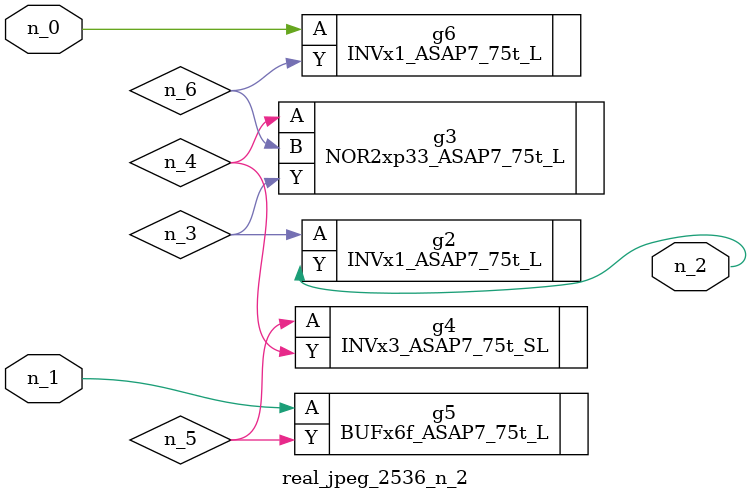
<source format=v>
module real_jpeg_2536_n_2 (n_1, n_0, n_2);

input n_1;
input n_0;

output n_2;

wire n_5;
wire n_4;
wire n_6;
wire n_3;

INVx1_ASAP7_75t_L g6 ( 
.A(n_0),
.Y(n_6)
);

BUFx6f_ASAP7_75t_L g5 ( 
.A(n_1),
.Y(n_5)
);

INVx1_ASAP7_75t_L g2 ( 
.A(n_3),
.Y(n_2)
);

NOR2xp33_ASAP7_75t_L g3 ( 
.A(n_4),
.B(n_6),
.Y(n_3)
);

INVx3_ASAP7_75t_SL g4 ( 
.A(n_5),
.Y(n_4)
);


endmodule
</source>
